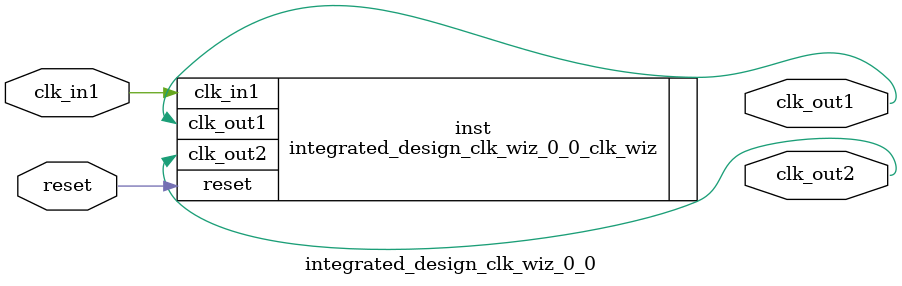
<source format=v>


`timescale 1ps/1ps

(* CORE_GENERATION_INFO = "integrated_design_clk_wiz_0_0,clk_wiz_v5_3_2_0,{component_name=integrated_design_clk_wiz_0_0,use_phase_alignment=true,use_min_o_jitter=false,use_max_i_jitter=false,use_dyn_phase_shift=false,use_inclk_switchover=false,use_dyn_reconfig=false,enable_axi=0,feedback_source=FDBK_AUTO,PRIMITIVE=MMCM,num_out_clk=2,clkin1_period=10.0,clkin2_period=10.0,use_power_down=false,use_reset=true,use_locked=false,use_inclk_stopped=false,feedback_type=SINGLE,CLOCK_MGR_TYPE=NA,manual_override=false}" *)

module integrated_design_clk_wiz_0_0 
 (
  // Clock out ports
  output        clk_out1,
  output        clk_out2,
  // Status and control signals
  input         reset,
 // Clock in ports
  input         clk_in1
 );

  integrated_design_clk_wiz_0_0_clk_wiz inst
  (
  // Clock out ports  
  .clk_out1(clk_out1),
  .clk_out2(clk_out2),
  // Status and control signals               
  .reset(reset), 
 // Clock in ports
  .clk_in1(clk_in1)
  );

endmodule

</source>
